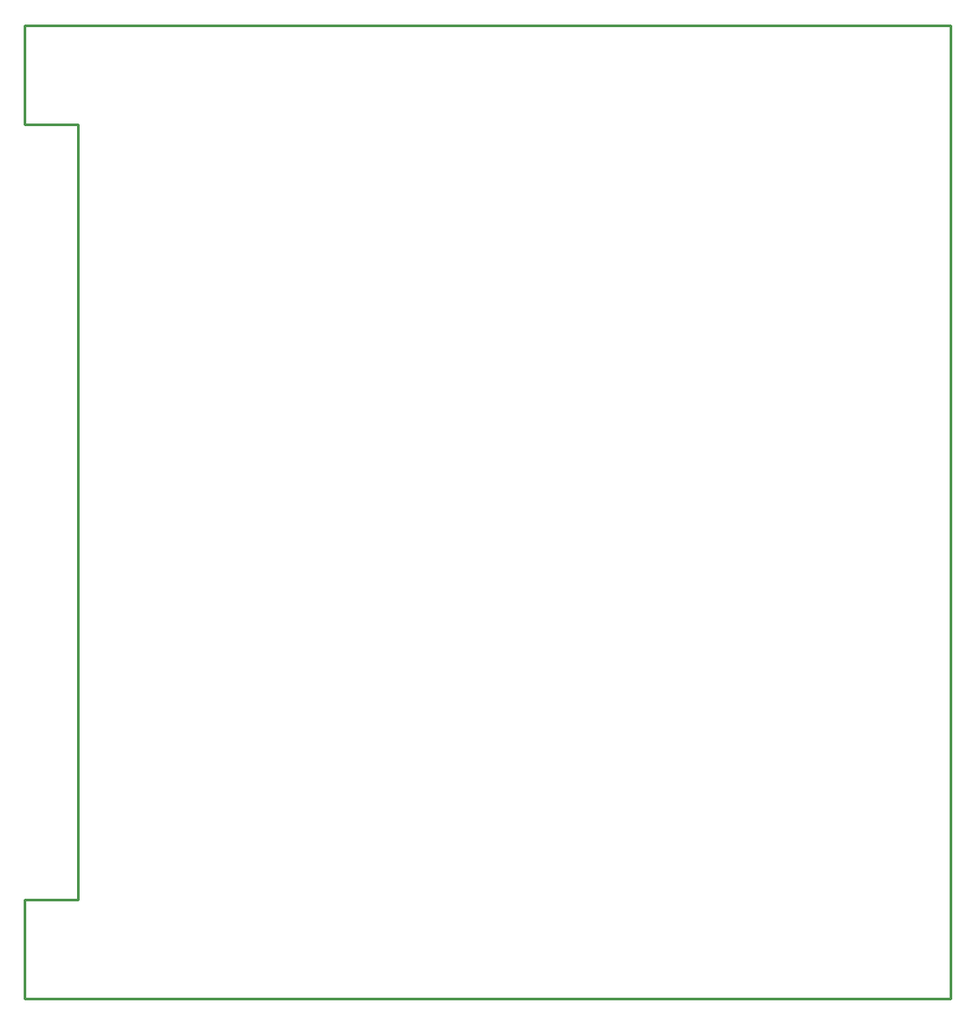
<source format=gbr>
G04 EAGLE Gerber RS-274X export*
G75*
%MOMM*%
%FSLAX34Y34*%
%LPD*%
%IN*%
%IPPOS*%
%AMOC8*
5,1,8,0,0,1.08239X$1,22.5*%
G01*
%ADD10C,0.254000*%


D10*
X0Y0D02*
X896000Y0D01*
X896000Y940000D01*
X0Y940000D01*
X0Y845000D01*
X51700Y845000D01*
X51700Y95000D01*
X0Y95000D01*
X0Y0D01*
M02*

</source>
